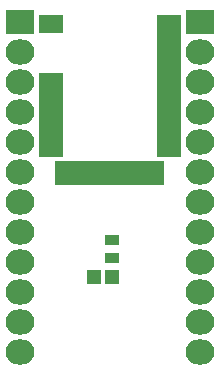
<source format=gbr>
G04 #@! TF.FileFunction,Soldermask,Top*
%FSLAX46Y46*%
G04 Gerber Fmt 4.6, Leading zero omitted, Abs format (unit mm)*
G04 Created by KiCad (PCBNEW 4.0.2-stable) date 8/15/2016 9:27:46 PM*
%MOMM*%
G01*
G04 APERTURE LIST*
%ADD10C,0.100000*%
%ADD11R,1.197560X1.197560*%
%ADD12R,2.432000X2.127200*%
%ADD13O,2.432000X2.127200*%
%ADD14R,1.300000X0.900000*%
%ADD15R,2.100000X0.900000*%
%ADD16R,0.900000X2.100000*%
G04 APERTURE END LIST*
D10*
D11*
X33286700Y-41656000D03*
X34785300Y-41656000D03*
D12*
X27000000Y-20000000D03*
D13*
X27000000Y-22540000D03*
X27000000Y-25080000D03*
X27000000Y-27620000D03*
X27000000Y-30160000D03*
X27000000Y-32700000D03*
X27000000Y-35240000D03*
X27000000Y-37780000D03*
X27000000Y-40320000D03*
X27000000Y-42860000D03*
X27000000Y-45400000D03*
X27000000Y-47940000D03*
D12*
X42300000Y-20000000D03*
D13*
X42300000Y-22540000D03*
X42300000Y-25080000D03*
X42300000Y-27620000D03*
X42300000Y-30160000D03*
X42300000Y-32700000D03*
X42300000Y-35240000D03*
X42300000Y-37780000D03*
X42300000Y-40320000D03*
X42300000Y-42860000D03*
X42300000Y-45400000D03*
X42300000Y-47940000D03*
D14*
X34798000Y-38505000D03*
X34798000Y-40005000D03*
D15*
X39624000Y-19862000D03*
X39624000Y-20562000D03*
X39624000Y-21262000D03*
X39624000Y-21962000D03*
X39624000Y-22662000D03*
X39624000Y-23362000D03*
X39624000Y-24062000D03*
X39624000Y-24762000D03*
X39624000Y-25462000D03*
X39624000Y-26162000D03*
X39624000Y-26862000D03*
X39624000Y-27562000D03*
X39624000Y-28262000D03*
X39624000Y-28962000D03*
X39624000Y-29662000D03*
X39624000Y-30362000D03*
X39624000Y-31062000D03*
D16*
X38124000Y-32862000D03*
X37424000Y-32862000D03*
X36724000Y-32862000D03*
X36024000Y-32862000D03*
X35324000Y-32862000D03*
X34624000Y-32862000D03*
X33924000Y-32862000D03*
X38824000Y-32862000D03*
X33224000Y-32862000D03*
X32524000Y-32862000D03*
X31824000Y-32862000D03*
X31124000Y-32862000D03*
X30424000Y-32862000D03*
D15*
X29624000Y-19862000D03*
X29624000Y-20562000D03*
X29624000Y-24762000D03*
X29624000Y-25462000D03*
X29624000Y-26162000D03*
X29624000Y-26862000D03*
X29624000Y-27562000D03*
X29624000Y-28262000D03*
X29624000Y-28962000D03*
X29624000Y-29662000D03*
X29624000Y-30362000D03*
X29624000Y-31062000D03*
M02*

</source>
